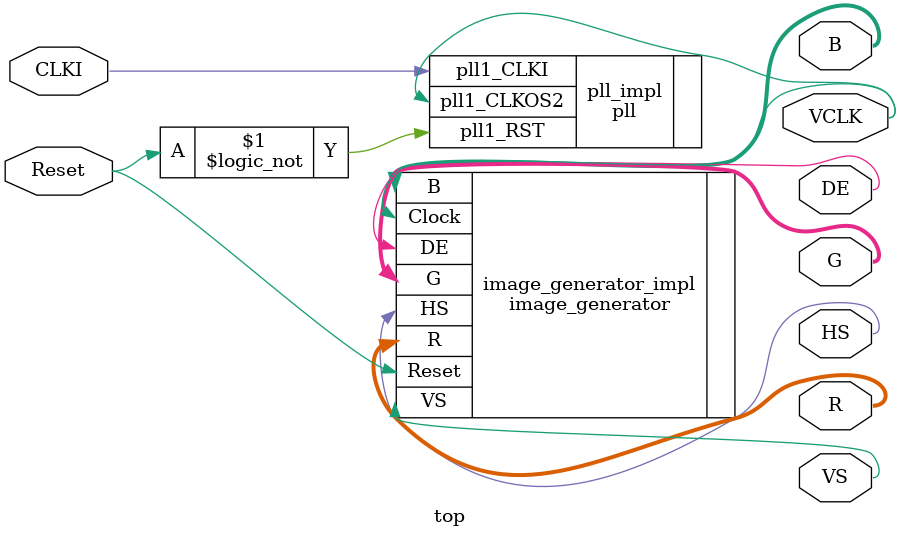
<source format=v>
module top(
	input CLKI,
	input Reset,
	output wire VCLK,
	output wire [7:0] R,
	output wire [7:0] G,
	output wire [7:0] B,
	output wire HS,
	output wire VS,
	output wire DE
);

	image_generator image_generator_impl(.Clock(VCLK), .Reset(Reset), .HS(HS), .VS(VS), .DE(DE), .R(R), .G(G), .B(B));

	pll pll_impl(.pll1_CLKI(CLKI), .pll1_CLKOS2(VCLK), .pll1_RST(!Reset));
endmodule

</source>
